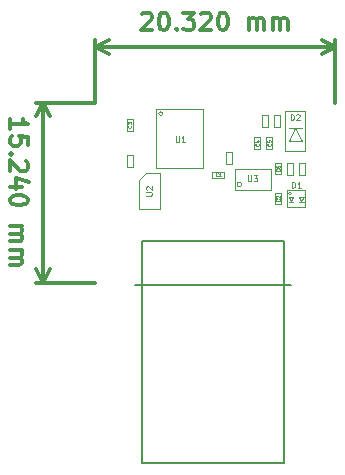
<source format=gbr>
G04 #@! TF.GenerationSoftware,KiCad,Pcbnew,(5.1.9-0-10_14)*
G04 #@! TF.CreationDate,2021-02-12T10:42:39+01:00*
G04 #@! TF.ProjectId,l0_USBA,6c305f55-5342-4412-9e6b-696361645f70,rev?*
G04 #@! TF.SameCoordinates,Original*
G04 #@! TF.FileFunction,Other,Fab,Top*
%FSLAX46Y46*%
G04 Gerber Fmt 4.6, Leading zero omitted, Abs format (unit mm)*
G04 Created by KiCad (PCBNEW (5.1.9-0-10_14)) date 2021-02-12 10:42:39*
%MOMM*%
%LPD*%
G01*
G04 APERTURE LIST*
%ADD10C,0.300000*%
%ADD11C,0.150000*%
%ADD12C,0.100000*%
%ADD13C,0.125000*%
%ADD14C,0.075000*%
G04 APERTURE END LIST*
D10*
X86795714Y-98572428D02*
X86867142Y-98501000D01*
X87010000Y-98429571D01*
X87367142Y-98429571D01*
X87510000Y-98501000D01*
X87581428Y-98572428D01*
X87652857Y-98715285D01*
X87652857Y-98858142D01*
X87581428Y-99072428D01*
X86724285Y-99929571D01*
X87652857Y-99929571D01*
X88581428Y-98429571D02*
X88724285Y-98429571D01*
X88867142Y-98501000D01*
X88938571Y-98572428D01*
X89010000Y-98715285D01*
X89081428Y-99001000D01*
X89081428Y-99358142D01*
X89010000Y-99643857D01*
X88938571Y-99786714D01*
X88867142Y-99858142D01*
X88724285Y-99929571D01*
X88581428Y-99929571D01*
X88438571Y-99858142D01*
X88367142Y-99786714D01*
X88295714Y-99643857D01*
X88224285Y-99358142D01*
X88224285Y-99001000D01*
X88295714Y-98715285D01*
X88367142Y-98572428D01*
X88438571Y-98501000D01*
X88581428Y-98429571D01*
X89724285Y-99786714D02*
X89795714Y-99858142D01*
X89724285Y-99929571D01*
X89652857Y-99858142D01*
X89724285Y-99786714D01*
X89724285Y-99929571D01*
X90295714Y-98429571D02*
X91224285Y-98429571D01*
X90724285Y-99001000D01*
X90938571Y-99001000D01*
X91081428Y-99072428D01*
X91152857Y-99143857D01*
X91224285Y-99286714D01*
X91224285Y-99643857D01*
X91152857Y-99786714D01*
X91081428Y-99858142D01*
X90938571Y-99929571D01*
X90510000Y-99929571D01*
X90367142Y-99858142D01*
X90295714Y-99786714D01*
X91795714Y-98572428D02*
X91867142Y-98501000D01*
X92010000Y-98429571D01*
X92367142Y-98429571D01*
X92510000Y-98501000D01*
X92581428Y-98572428D01*
X92652857Y-98715285D01*
X92652857Y-98858142D01*
X92581428Y-99072428D01*
X91724285Y-99929571D01*
X92652857Y-99929571D01*
X93581428Y-98429571D02*
X93724285Y-98429571D01*
X93867142Y-98501000D01*
X93938571Y-98572428D01*
X94010000Y-98715285D01*
X94081428Y-99001000D01*
X94081428Y-99358142D01*
X94010000Y-99643857D01*
X93938571Y-99786714D01*
X93867142Y-99858142D01*
X93724285Y-99929571D01*
X93581428Y-99929571D01*
X93438571Y-99858142D01*
X93367142Y-99786714D01*
X93295714Y-99643857D01*
X93224285Y-99358142D01*
X93224285Y-99001000D01*
X93295714Y-98715285D01*
X93367142Y-98572428D01*
X93438571Y-98501000D01*
X93581428Y-98429571D01*
X95867142Y-99929571D02*
X95867142Y-98929571D01*
X95867142Y-99072428D02*
X95938571Y-99001000D01*
X96081428Y-98929571D01*
X96295714Y-98929571D01*
X96438571Y-99001000D01*
X96510000Y-99143857D01*
X96510000Y-99929571D01*
X96510000Y-99143857D02*
X96581428Y-99001000D01*
X96724285Y-98929571D01*
X96938571Y-98929571D01*
X97081428Y-99001000D01*
X97152857Y-99143857D01*
X97152857Y-99929571D01*
X97867142Y-99929571D02*
X97867142Y-98929571D01*
X97867142Y-99072428D02*
X97938571Y-99001000D01*
X98081428Y-98929571D01*
X98295714Y-98929571D01*
X98438571Y-99001000D01*
X98510000Y-99143857D01*
X98510000Y-99929571D01*
X98510000Y-99143857D02*
X98581428Y-99001000D01*
X98724285Y-98929571D01*
X98938571Y-98929571D01*
X99081428Y-99001000D01*
X99152857Y-99143857D01*
X99152857Y-99929571D01*
X82850000Y-101351000D02*
X103170000Y-101351000D01*
X82850000Y-106050000D02*
X82850000Y-100764579D01*
X103170000Y-106050000D02*
X103170000Y-100764579D01*
X103170000Y-101351000D02*
X102043496Y-101937421D01*
X103170000Y-101351000D02*
X102043496Y-100764579D01*
X82850000Y-101351000D02*
X83976504Y-101937421D01*
X82850000Y-101351000D02*
X83976504Y-100764579D01*
X75626429Y-108312857D02*
X75626429Y-107455714D01*
X75626429Y-107884285D02*
X77126429Y-107884285D01*
X76912143Y-107741428D01*
X76769286Y-107598571D01*
X76697858Y-107455714D01*
X77126429Y-109670000D02*
X77126429Y-108955714D01*
X76412143Y-108884285D01*
X76483572Y-108955714D01*
X76555001Y-109098571D01*
X76555001Y-109455714D01*
X76483572Y-109598571D01*
X76412143Y-109670000D01*
X76269286Y-109741428D01*
X75912143Y-109741428D01*
X75769286Y-109670000D01*
X75697858Y-109598571D01*
X75626429Y-109455714D01*
X75626429Y-109098571D01*
X75697858Y-108955714D01*
X75769286Y-108884285D01*
X75769286Y-110384285D02*
X75697858Y-110455714D01*
X75626429Y-110384285D01*
X75697858Y-110312857D01*
X75769286Y-110384285D01*
X75626429Y-110384285D01*
X76983572Y-111027142D02*
X77055001Y-111098571D01*
X77126429Y-111241428D01*
X77126429Y-111598571D01*
X77055001Y-111741428D01*
X76983572Y-111812857D01*
X76840715Y-111884285D01*
X76697858Y-111884285D01*
X76483572Y-111812857D01*
X75626429Y-110955714D01*
X75626429Y-111884285D01*
X76626429Y-113170000D02*
X75626429Y-113170000D01*
X77197858Y-112812857D02*
X76126429Y-112455714D01*
X76126429Y-113384285D01*
X77126429Y-114241428D02*
X77126429Y-114384285D01*
X77055001Y-114527142D01*
X76983572Y-114598571D01*
X76840715Y-114670000D01*
X76555001Y-114741428D01*
X76197858Y-114741428D01*
X75912143Y-114670000D01*
X75769286Y-114598571D01*
X75697858Y-114527142D01*
X75626429Y-114384285D01*
X75626429Y-114241428D01*
X75697858Y-114098571D01*
X75769286Y-114027142D01*
X75912143Y-113955714D01*
X76197858Y-113884285D01*
X76555001Y-113884285D01*
X76840715Y-113955714D01*
X76983572Y-114027142D01*
X77055001Y-114098571D01*
X77126429Y-114241428D01*
X75626429Y-116527142D02*
X76626429Y-116527142D01*
X76483572Y-116527142D02*
X76555001Y-116598571D01*
X76626429Y-116741428D01*
X76626429Y-116955714D01*
X76555001Y-117098571D01*
X76412143Y-117170000D01*
X75626429Y-117170000D01*
X76412143Y-117170000D02*
X76555001Y-117241428D01*
X76626429Y-117384285D01*
X76626429Y-117598571D01*
X76555001Y-117741428D01*
X76412143Y-117812857D01*
X75626429Y-117812857D01*
X75626429Y-118527142D02*
X76626429Y-118527142D01*
X76483572Y-118527142D02*
X76555001Y-118598571D01*
X76626429Y-118741428D01*
X76626429Y-118955714D01*
X76555001Y-119098571D01*
X76412143Y-119170000D01*
X75626429Y-119170000D01*
X76412143Y-119170000D02*
X76555001Y-119241428D01*
X76626429Y-119384285D01*
X76626429Y-119598571D01*
X76555001Y-119741428D01*
X76412143Y-119812857D01*
X75626429Y-119812857D01*
X78405001Y-106050000D02*
X78405001Y-121290000D01*
X82850000Y-106050000D02*
X77818580Y-106050000D01*
X82850000Y-121290000D02*
X77818580Y-121290000D01*
X78405001Y-121290000D02*
X77818580Y-120163496D01*
X78405001Y-121290000D02*
X78991422Y-120163496D01*
X78405001Y-106050000D02*
X77818580Y-107176504D01*
X78405001Y-106050000D02*
X78991422Y-107176504D01*
D11*
X86800000Y-136550000D02*
X86800000Y-117750000D01*
X86800000Y-117750000D02*
X98800000Y-117750000D01*
X98800000Y-117750000D02*
X98800000Y-136550000D01*
X98800000Y-136550000D02*
X86800000Y-136550000D01*
X86200000Y-121500000D02*
X99400000Y-121500000D01*
D12*
X95242805Y-112971500D02*
G75*
G03*
X95242805Y-112971500I-200805J0D01*
G01*
X97709000Y-113416000D02*
X97709000Y-111701500D01*
X94661000Y-113416000D02*
X97709000Y-113416000D01*
X94661000Y-111701500D02*
X94661000Y-113416000D01*
X97709000Y-111701500D02*
X94661000Y-111701500D01*
X88554105Y-107007500D02*
G75*
G03*
X88554105Y-107007500I-179605J0D01*
G01*
X87993500Y-111579500D02*
X87993500Y-106626500D01*
X91930500Y-111579500D02*
X87993500Y-111579500D01*
X91930500Y-106626500D02*
X91930500Y-111579500D01*
X87993500Y-106626500D02*
X91930500Y-106626500D01*
X99233000Y-108209000D02*
X100312500Y-108209000D01*
X99741000Y-108209000D02*
X99233000Y-109288500D01*
X100312500Y-109288500D02*
X99741000Y-108209000D01*
X99233000Y-109288500D02*
X100312500Y-109288500D01*
X100566500Y-110177500D02*
X98915500Y-110177500D01*
X100566500Y-106748500D02*
X100566500Y-110177500D01*
X98915500Y-106748500D02*
X100566500Y-106748500D01*
X98915500Y-110177500D02*
X98915500Y-106748500D01*
X99479500Y-113738500D02*
G75*
G03*
X99479500Y-113738500I-127000J0D01*
G01*
X100114500Y-114437000D02*
X100495500Y-114437000D01*
X100305000Y-114373500D02*
X100114500Y-114056000D01*
X100495500Y-114056000D02*
X100305000Y-114373500D01*
X100114500Y-114056000D02*
X100495500Y-114056000D01*
X99225500Y-114437000D02*
X99606500Y-114437000D01*
X99416000Y-114373500D02*
X99225500Y-114056000D01*
X99606500Y-114056000D02*
X99416000Y-114373500D01*
X99225500Y-114056000D02*
X99606500Y-114056000D01*
X100622500Y-114881500D02*
X99098500Y-114881500D01*
X100622500Y-113484500D02*
X100622500Y-114881500D01*
X99098500Y-113484500D02*
X100622500Y-113484500D01*
X99098500Y-114881500D02*
X99098500Y-113484500D01*
X98094000Y-111138000D02*
X98594000Y-111138000D01*
X98094000Y-112138000D02*
X98094000Y-111138000D01*
X98594000Y-112138000D02*
X98094000Y-112138000D01*
X98594000Y-111138000D02*
X98594000Y-112138000D01*
X97824500Y-109984000D02*
X97324500Y-109984000D01*
X97824500Y-108984000D02*
X97824500Y-109984000D01*
X97324500Y-108984000D02*
X97824500Y-108984000D01*
X97324500Y-109984000D02*
X97324500Y-108984000D01*
X96808500Y-109984000D02*
X96308500Y-109984000D01*
X96808500Y-108984000D02*
X96808500Y-109984000D01*
X96308500Y-108984000D02*
X96808500Y-108984000D01*
X96308500Y-109984000D02*
X96308500Y-108984000D01*
X85521000Y-107455000D02*
X86021000Y-107455000D01*
X85521000Y-108455000D02*
X85521000Y-107455000D01*
X86021000Y-108455000D02*
X85521000Y-108455000D01*
X86021000Y-107455000D02*
X86021000Y-108455000D01*
X98094000Y-113678000D02*
X98594000Y-113678000D01*
X98094000Y-114678000D02*
X98094000Y-113678000D01*
X98594000Y-114678000D02*
X98094000Y-114678000D01*
X98594000Y-113678000D02*
X98594000Y-114678000D01*
X93764000Y-111896000D02*
X93764000Y-112396000D01*
X92764000Y-111896000D02*
X93764000Y-111896000D01*
X92764000Y-112396000D02*
X92764000Y-111896000D01*
X93764000Y-112396000D02*
X92764000Y-112396000D01*
X100618500Y-111143000D02*
X100618500Y-112143000D01*
X100618500Y-112143000D02*
X100118500Y-112143000D01*
X100118500Y-112143000D02*
X100118500Y-111143000D01*
X100118500Y-111143000D02*
X100618500Y-111143000D01*
X99602500Y-111143000D02*
X99602500Y-112143000D01*
X99602500Y-112143000D02*
X99102500Y-112143000D01*
X99102500Y-112143000D02*
X99102500Y-111143000D01*
X99102500Y-111143000D02*
X99602500Y-111143000D01*
X96943500Y-108079000D02*
X96943500Y-107079000D01*
X96943500Y-107079000D02*
X97443500Y-107079000D01*
X97443500Y-107079000D02*
X97443500Y-108079000D01*
X97443500Y-108079000D02*
X96943500Y-108079000D01*
X98459500Y-107079000D02*
X98459500Y-108079000D01*
X98459500Y-108079000D02*
X97959500Y-108079000D01*
X97959500Y-108079000D02*
X97959500Y-107079000D01*
X97959500Y-107079000D02*
X98459500Y-107079000D01*
X93903000Y-111249000D02*
X93903000Y-110249000D01*
X93903000Y-110249000D02*
X94403000Y-110249000D01*
X94403000Y-110249000D02*
X94403000Y-111249000D01*
X94403000Y-111249000D02*
X93903000Y-111249000D01*
X86021000Y-110503000D02*
X86021000Y-111503000D01*
X86021000Y-111503000D02*
X85521000Y-111503000D01*
X85521000Y-111503000D02*
X85521000Y-110503000D01*
X85521000Y-110503000D02*
X86021000Y-110503000D01*
X86514500Y-112643000D02*
X87164500Y-111993000D01*
X88314500Y-111993000D02*
X87164500Y-111993000D01*
X86514500Y-112643000D02*
X86514500Y-115093000D01*
X88314500Y-115093000D02*
X86514500Y-115093000D01*
X88314500Y-111993000D02*
X88314500Y-115093000D01*
D13*
X95785547Y-112220190D02*
X95785547Y-112624952D01*
X95809357Y-112672571D01*
X95833166Y-112696380D01*
X95880785Y-112720190D01*
X95976023Y-112720190D01*
X96023642Y-112696380D01*
X96047452Y-112672571D01*
X96071261Y-112624952D01*
X96071261Y-112220190D01*
X96261738Y-112220190D02*
X96571261Y-112220190D01*
X96404595Y-112410666D01*
X96476023Y-112410666D01*
X96523642Y-112434476D01*
X96547452Y-112458285D01*
X96571261Y-112505904D01*
X96571261Y-112624952D01*
X96547452Y-112672571D01*
X96523642Y-112696380D01*
X96476023Y-112720190D01*
X96333166Y-112720190D01*
X96285547Y-112696380D01*
X96261738Y-112672571D01*
X89669047Y-108876190D02*
X89669047Y-109280952D01*
X89692857Y-109328571D01*
X89716666Y-109352380D01*
X89764285Y-109376190D01*
X89859523Y-109376190D01*
X89907142Y-109352380D01*
X89930952Y-109328571D01*
X89954761Y-109280952D01*
X89954761Y-108876190D01*
X90454761Y-109376190D02*
X90169047Y-109376190D01*
X90311904Y-109376190D02*
X90311904Y-108876190D01*
X90264285Y-108947619D01*
X90216666Y-108995238D01*
X90169047Y-109019047D01*
X99379452Y-107541190D02*
X99379452Y-107041190D01*
X99498500Y-107041190D01*
X99569928Y-107065000D01*
X99617547Y-107112619D01*
X99641357Y-107160238D01*
X99665166Y-107255476D01*
X99665166Y-107326904D01*
X99641357Y-107422142D01*
X99617547Y-107469761D01*
X99569928Y-107517380D01*
X99498500Y-107541190D01*
X99379452Y-107541190D01*
X99855642Y-107088809D02*
X99879452Y-107065000D01*
X99927071Y-107041190D01*
X100046119Y-107041190D01*
X100093738Y-107065000D01*
X100117547Y-107088809D01*
X100141357Y-107136428D01*
X100141357Y-107184047D01*
X100117547Y-107255476D01*
X99831833Y-107541190D01*
X100141357Y-107541190D01*
X99498952Y-113261190D02*
X99498952Y-112761190D01*
X99618000Y-112761190D01*
X99689428Y-112785000D01*
X99737047Y-112832619D01*
X99760857Y-112880238D01*
X99784666Y-112975476D01*
X99784666Y-113046904D01*
X99760857Y-113142142D01*
X99737047Y-113189761D01*
X99689428Y-113237380D01*
X99618000Y-113261190D01*
X99498952Y-113261190D01*
X100260857Y-113261190D02*
X99975142Y-113261190D01*
X100118000Y-113261190D02*
X100118000Y-112761190D01*
X100070380Y-112832619D01*
X100022761Y-112880238D01*
X99975142Y-112904047D01*
D14*
X98441142Y-111678000D02*
X98455428Y-111692285D01*
X98469714Y-111735142D01*
X98469714Y-111763714D01*
X98455428Y-111806571D01*
X98426857Y-111835142D01*
X98398285Y-111849428D01*
X98341142Y-111863714D01*
X98298285Y-111863714D01*
X98241142Y-111849428D01*
X98212571Y-111835142D01*
X98184000Y-111806571D01*
X98169714Y-111763714D01*
X98169714Y-111735142D01*
X98184000Y-111692285D01*
X98198285Y-111678000D01*
X98169714Y-111420857D02*
X98169714Y-111478000D01*
X98184000Y-111506571D01*
X98198285Y-111520857D01*
X98241142Y-111549428D01*
X98298285Y-111563714D01*
X98412571Y-111563714D01*
X98441142Y-111549428D01*
X98455428Y-111535142D01*
X98469714Y-111506571D01*
X98469714Y-111449428D01*
X98455428Y-111420857D01*
X98441142Y-111406571D01*
X98412571Y-111392285D01*
X98341142Y-111392285D01*
X98312571Y-111406571D01*
X98298285Y-111420857D01*
X98284000Y-111449428D01*
X98284000Y-111506571D01*
X98298285Y-111535142D01*
X98312571Y-111549428D01*
X98341142Y-111563714D01*
X97691642Y-109544000D02*
X97705928Y-109558285D01*
X97720214Y-109601142D01*
X97720214Y-109629714D01*
X97705928Y-109672571D01*
X97677357Y-109701142D01*
X97648785Y-109715428D01*
X97591642Y-109729714D01*
X97548785Y-109729714D01*
X97491642Y-109715428D01*
X97463071Y-109701142D01*
X97434500Y-109672571D01*
X97420214Y-109629714D01*
X97420214Y-109601142D01*
X97434500Y-109558285D01*
X97448785Y-109544000D01*
X97420214Y-109272571D02*
X97420214Y-109415428D01*
X97563071Y-109429714D01*
X97548785Y-109415428D01*
X97534500Y-109386857D01*
X97534500Y-109315428D01*
X97548785Y-109286857D01*
X97563071Y-109272571D01*
X97591642Y-109258285D01*
X97663071Y-109258285D01*
X97691642Y-109272571D01*
X97705928Y-109286857D01*
X97720214Y-109315428D01*
X97720214Y-109386857D01*
X97705928Y-109415428D01*
X97691642Y-109429714D01*
X96675642Y-109544000D02*
X96689928Y-109558285D01*
X96704214Y-109601142D01*
X96704214Y-109629714D01*
X96689928Y-109672571D01*
X96661357Y-109701142D01*
X96632785Y-109715428D01*
X96575642Y-109729714D01*
X96532785Y-109729714D01*
X96475642Y-109715428D01*
X96447071Y-109701142D01*
X96418500Y-109672571D01*
X96404214Y-109629714D01*
X96404214Y-109601142D01*
X96418500Y-109558285D01*
X96432785Y-109544000D01*
X96504214Y-109286857D02*
X96704214Y-109286857D01*
X96389928Y-109358285D02*
X96604214Y-109429714D01*
X96604214Y-109244000D01*
X85868142Y-107995000D02*
X85882428Y-108009285D01*
X85896714Y-108052142D01*
X85896714Y-108080714D01*
X85882428Y-108123571D01*
X85853857Y-108152142D01*
X85825285Y-108166428D01*
X85768142Y-108180714D01*
X85725285Y-108180714D01*
X85668142Y-108166428D01*
X85639571Y-108152142D01*
X85611000Y-108123571D01*
X85596714Y-108080714D01*
X85596714Y-108052142D01*
X85611000Y-108009285D01*
X85625285Y-107995000D01*
X85596714Y-107895000D02*
X85596714Y-107709285D01*
X85711000Y-107809285D01*
X85711000Y-107766428D01*
X85725285Y-107737857D01*
X85739571Y-107723571D01*
X85768142Y-107709285D01*
X85839571Y-107709285D01*
X85868142Y-107723571D01*
X85882428Y-107737857D01*
X85896714Y-107766428D01*
X85896714Y-107852142D01*
X85882428Y-107880714D01*
X85868142Y-107895000D01*
X98441142Y-114218000D02*
X98455428Y-114232285D01*
X98469714Y-114275142D01*
X98469714Y-114303714D01*
X98455428Y-114346571D01*
X98426857Y-114375142D01*
X98398285Y-114389428D01*
X98341142Y-114403714D01*
X98298285Y-114403714D01*
X98241142Y-114389428D01*
X98212571Y-114375142D01*
X98184000Y-114346571D01*
X98169714Y-114303714D01*
X98169714Y-114275142D01*
X98184000Y-114232285D01*
X98198285Y-114218000D01*
X98198285Y-114103714D02*
X98184000Y-114089428D01*
X98169714Y-114060857D01*
X98169714Y-113989428D01*
X98184000Y-113960857D01*
X98198285Y-113946571D01*
X98226857Y-113932285D01*
X98255428Y-113932285D01*
X98298285Y-113946571D01*
X98469714Y-114118000D01*
X98469714Y-113932285D01*
X93224000Y-112243142D02*
X93209714Y-112257428D01*
X93166857Y-112271714D01*
X93138285Y-112271714D01*
X93095428Y-112257428D01*
X93066857Y-112228857D01*
X93052571Y-112200285D01*
X93038285Y-112143142D01*
X93038285Y-112100285D01*
X93052571Y-112043142D01*
X93066857Y-112014571D01*
X93095428Y-111986000D01*
X93138285Y-111971714D01*
X93166857Y-111971714D01*
X93209714Y-111986000D01*
X93224000Y-112000285D01*
X93509714Y-112271714D02*
X93338285Y-112271714D01*
X93424000Y-112271714D02*
X93424000Y-111971714D01*
X93395428Y-112014571D01*
X93366857Y-112043142D01*
X93338285Y-112057428D01*
X87140690Y-113923952D02*
X87545452Y-113923952D01*
X87593071Y-113900142D01*
X87616880Y-113876333D01*
X87640690Y-113828714D01*
X87640690Y-113733476D01*
X87616880Y-113685857D01*
X87593071Y-113662047D01*
X87545452Y-113638238D01*
X87140690Y-113638238D01*
X87188309Y-113423952D02*
X87164500Y-113400142D01*
X87140690Y-113352523D01*
X87140690Y-113233476D01*
X87164500Y-113185857D01*
X87188309Y-113162047D01*
X87235928Y-113138238D01*
X87283547Y-113138238D01*
X87354976Y-113162047D01*
X87640690Y-113447761D01*
X87640690Y-113138238D01*
M02*

</source>
